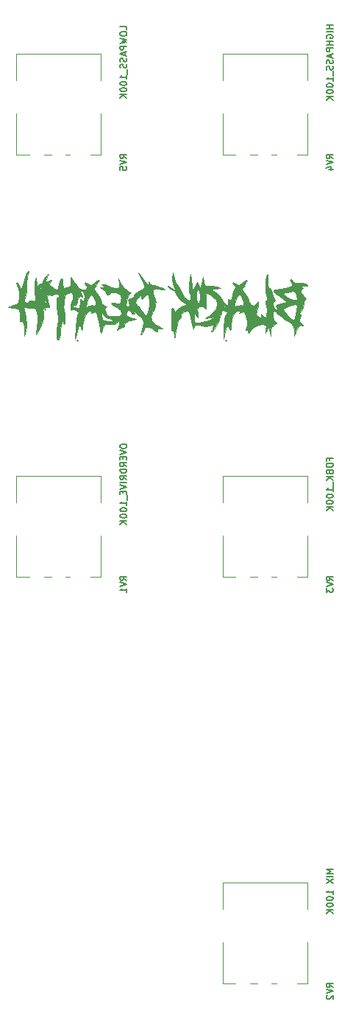
<source format=gbr>
%TF.GenerationSoftware,KiCad,Pcbnew,(5.1.12-1-10_14)*%
%TF.CreationDate,2023-08-06T16:46:36+02:00*%
%TF.ProjectId,springy_board,73707269-6e67-4795-9f62-6f6172642e6b,rev?*%
%TF.SameCoordinates,Original*%
%TF.FileFunction,Legend,Bot*%
%TF.FilePolarity,Positive*%
%FSLAX46Y46*%
G04 Gerber Fmt 4.6, Leading zero omitted, Abs format (unit mm)*
G04 Created by KiCad (PCBNEW (5.1.12-1-10_14)) date 2023-08-06 16:46:36*
%MOMM*%
%LPD*%
G01*
G04 APERTURE LIST*
%ADD10C,0.010000*%
%ADD11C,0.120000*%
%ADD12C,0.150000*%
G04 APERTURE END LIST*
D10*
%TO.C,G\u002A\u002A\u002A*%
G36*
X404856254Y21717010D02*
G01*
X404970700Y21571738D01*
X405235928Y21339883D01*
X405459216Y21271146D01*
X405526223Y21358786D01*
X405389053Y21494007D01*
X405126573Y21654300D01*
X404856644Y21784550D01*
X404856254Y21717010D01*
G37*
X404856254Y21717010D02*
X404970700Y21571738D01*
X405235928Y21339883D01*
X405459216Y21271146D01*
X405526223Y21358786D01*
X405389053Y21494007D01*
X405126573Y21654300D01*
X404856644Y21784550D01*
X404856254Y21717010D01*
G36*
X390605944Y19055944D02*
G01*
X390694755Y18967133D01*
X390783566Y19055944D01*
X390694755Y19144756D01*
X390605944Y19055944D01*
G37*
X390605944Y19055944D02*
X390694755Y18967133D01*
X390783566Y19055944D01*
X390694755Y19144756D01*
X390605944Y19055944D01*
G36*
X405364620Y22574469D02*
G01*
X405395124Y22085891D01*
X405490800Y21763003D01*
X405533449Y21715815D01*
X405645257Y21474056D01*
X405622701Y21300378D01*
X405680296Y21004443D01*
X405920618Y20598056D01*
X406252545Y20197048D01*
X406584954Y19917252D01*
X406759567Y19855245D01*
X406956820Y19787388D01*
X406894859Y19635162D01*
X406630940Y19475584D01*
X406432398Y19415156D01*
X405976159Y19186654D01*
X405791893Y18912582D01*
X405690766Y18643056D01*
X405625389Y18702881D01*
X405578966Y18878322D01*
X405453915Y19261698D01*
X405353852Y19291193D01*
X405278722Y18966661D01*
X405228467Y18287954D01*
X405215774Y17933410D01*
X405209504Y17168998D01*
X405242411Y16726881D01*
X405313200Y16620906D01*
X405336227Y16647874D01*
X405451923Y16720521D01*
X405528462Y16482915D01*
X405559568Y16203818D01*
X405595153Y15884048D01*
X405633575Y15840377D01*
X405685625Y16098556D01*
X405762094Y16684339D01*
X405762575Y16688287D01*
X405887714Y17415024D01*
X406046289Y17856703D01*
X406157528Y17969326D01*
X406322855Y18186767D01*
X406305110Y18334602D01*
X406367711Y18615298D01*
X406664100Y18814235D01*
X407025125Y18938263D01*
X407216375Y18934790D01*
X407293307Y18727671D01*
X407410391Y18268331D01*
X407543021Y17653844D01*
X407550139Y17618175D01*
X407668209Y17095308D01*
X407760747Y16818594D01*
X407810974Y16834863D01*
X407814583Y16880070D01*
X407872608Y17208287D01*
X408062904Y17330004D01*
X408465949Y17273761D01*
X408723426Y17202348D01*
X409240064Y17158742D01*
X409591767Y17225023D01*
X409986103Y17318441D01*
X410104004Y17194701D01*
X409965231Y16832769D01*
X409963453Y16829442D01*
X409852844Y16560537D01*
X409950325Y16559060D01*
X410185157Y16815498D01*
X410441180Y17240797D01*
X410641862Y17687395D01*
X410710672Y18007728D01*
X410708649Y18021222D01*
X410796296Y18297947D01*
X410850184Y18342544D01*
X411002501Y18595344D01*
X411032517Y18806243D01*
X411075975Y19044654D01*
X411272143Y19024279D01*
X411411759Y18954291D01*
X411652879Y18761482D01*
X411577703Y18619502D01*
X411459221Y18377708D01*
X411360674Y17854886D01*
X411295785Y17125199D01*
X411293659Y17084398D01*
X411222912Y15681119D01*
X411444194Y16550871D01*
X411579218Y17049555D01*
X411674188Y17246213D01*
X411770944Y17184495D01*
X411869843Y16994927D01*
X411999746Y16753269D01*
X412061551Y16777965D01*
X412084803Y17107432D01*
X412088848Y17279721D01*
X412188899Y18022179D01*
X412431069Y18590836D01*
X412778041Y18907329D01*
X412878644Y18938229D01*
X413103523Y18919283D01*
X413074775Y18788865D01*
X413044916Y18663559D01*
X413266811Y18749545D01*
X413285093Y18759265D01*
X413503075Y18831096D01*
X413655554Y18712241D01*
X413803714Y18336490D01*
X413866423Y18130170D01*
X414000922Y17566713D01*
X413990546Y17197614D01*
X413888390Y16969562D01*
X413784587Y16743231D01*
X413861362Y16738749D01*
X414021368Y16700745D01*
X414058392Y16535308D01*
X414093448Y16363434D01*
X414213197Y16489723D01*
X414305577Y16648966D01*
X414694149Y17096941D01*
X415275227Y17317411D01*
X415709218Y17356048D01*
X416046134Y17334405D01*
X416153089Y17175323D01*
X416107992Y16791259D01*
X416047485Y16422597D01*
X416072075Y16378938D01*
X416200100Y16636370D01*
X416210160Y16658042D01*
X416416128Y17102098D01*
X416674402Y16036364D01*
X416695418Y16619360D01*
X416794470Y17094314D01*
X417086542Y17344538D01*
X417116084Y17356465D01*
X417373899Y17486572D01*
X417373680Y17486947D01*
X414703380Y17486947D01*
X414678997Y17381350D01*
X414584965Y17368532D01*
X414438761Y17433521D01*
X414466550Y17486947D01*
X414677346Y17508205D01*
X414703380Y17486947D01*
X417373680Y17486947D01*
X417313927Y17589025D01*
X417233371Y17625251D01*
X417013672Y17891624D01*
X416927941Y18353531D01*
X416955042Y18817786D01*
X417087970Y18944355D01*
X417332639Y18736457D01*
X417420066Y18621402D01*
X417662577Y18389089D01*
X417814522Y18365451D01*
X417952288Y18325147D01*
X417959790Y18271688D01*
X418103033Y18077608D01*
X418455829Y17835812D01*
X418537063Y17792365D01*
X419043859Y17485762D01*
X419297180Y17162353D01*
X419382538Y16699105D01*
X419387202Y16569231D01*
X419399074Y16036364D01*
X419670902Y16691291D01*
X419910805Y17133816D01*
X420153270Y17268634D01*
X420239023Y17254063D01*
X420406544Y17226509D01*
X420294269Y17356578D01*
X420194605Y17439860D01*
X419966498Y17702600D01*
X419993313Y18011128D01*
X420057580Y18164850D01*
X420172064Y18497471D01*
X420087825Y18613288D01*
X420043045Y18617537D01*
X419979082Y18702027D01*
X420135664Y18859147D01*
X420371132Y19219725D01*
X420403290Y19404503D01*
X419702552Y19404503D01*
X419667511Y18979683D01*
X419570976Y18501616D01*
X419440121Y18100086D01*
X419302117Y17904876D01*
X419283604Y17901399D01*
X419033363Y18027366D01*
X418691985Y18340565D01*
X418597258Y18447894D01*
X418305280Y18830801D01*
X418146847Y19108450D01*
X418137412Y19151254D01*
X418288971Y19288437D01*
X418652873Y19449907D01*
X419092962Y19591070D01*
X419473079Y19667332D01*
X419648928Y19646294D01*
X419702552Y19404503D01*
X420403290Y19404503D01*
X420446503Y19652799D01*
X420504503Y20039130D01*
X420645818Y20209952D01*
X420655088Y20210490D01*
X420677400Y20271524D01*
X419733588Y20271524D01*
X419599674Y20149859D01*
X419255609Y20191786D01*
X418795352Y20377279D01*
X418537063Y20526546D01*
X418203422Y20810467D01*
X418183240Y21005425D01*
X418476519Y21074688D01*
X418537063Y21072577D01*
X418993586Y21108292D01*
X419224209Y21173424D01*
X419478338Y21126379D01*
X419661557Y20796487D01*
X419733588Y20271524D01*
X420677400Y20271524D01*
X420694376Y20317957D01*
X420514780Y20580775D01*
X420477465Y20621588D01*
X420172235Y21033363D01*
X420107324Y21331466D01*
X420294521Y21455937D01*
X420313286Y21456566D01*
X420405751Y21517973D01*
X420268881Y21631469D01*
X420156649Y21752614D01*
X420348570Y21804747D01*
X420535314Y21811773D01*
X420876731Y21832803D01*
X420900950Y21904780D01*
X420739733Y22010796D01*
X420323887Y22119958D01*
X419912093Y22101860D01*
X419481989Y22097202D01*
X419313599Y22260801D01*
X419112494Y22491604D01*
X419009350Y22519581D01*
X418900287Y22448758D01*
X419019067Y22260928D01*
X419152489Y21968834D01*
X419131801Y21837351D01*
X418880364Y21682458D01*
X418393323Y21540950D01*
X417789971Y21441926D01*
X417397402Y21414272D01*
X417074623Y21373684D01*
X417044348Y21226242D01*
X417129290Y21072356D01*
X417344259Y20809089D01*
X417460498Y20743357D01*
X417663035Y20633688D01*
X417993635Y20365130D01*
X418043281Y20319788D01*
X418500320Y19896218D01*
X417874810Y19778872D01*
X417409333Y19651716D01*
X417268632Y19478406D01*
X417422239Y19212100D01*
X417471328Y19158538D01*
X417582742Y19013887D01*
X417438394Y19057009D01*
X417293706Y19129263D01*
X417030344Y19372394D01*
X416899524Y19687744D01*
X416929338Y19948573D01*
X417093427Y20032867D01*
X417197419Y20117191D01*
X417113937Y20254895D01*
X416952773Y20577731D01*
X416813198Y21046948D01*
X416811301Y21055746D01*
X416686722Y21416242D01*
X416543546Y21541413D01*
X416524357Y21533725D01*
X416397853Y21554545D01*
X416333563Y21839455D01*
X416325329Y22426097D01*
X416334056Y22697203D01*
X416342386Y23090373D01*
X416304520Y23158308D01*
X416193076Y22930519D01*
X416169240Y22874825D01*
X416071584Y22399893D01*
X416054096Y21733250D01*
X416110281Y21027699D01*
X416233642Y20436039D01*
X416278076Y20314569D01*
X416340103Y20081046D01*
X416197634Y20112991D01*
X416194722Y20114784D01*
X416049762Y20142857D01*
X416080049Y19904101D01*
X416100910Y19835851D01*
X416221594Y19074176D01*
X416202743Y18273520D01*
X416130021Y18144113D01*
X415910133Y18274011D01*
X415820677Y18352372D01*
X415575709Y18552347D01*
X415531132Y18504422D01*
X415568274Y18392862D01*
X415583503Y18189610D01*
X415345168Y18192589D01*
X415304504Y18202811D01*
X415022862Y18392237D01*
X415010779Y18589502D01*
X415098783Y18958232D01*
X415137487Y19144756D01*
X414762587Y19144756D01*
X414697598Y18998552D01*
X414644172Y19026341D01*
X414622914Y19237137D01*
X414644172Y19263170D01*
X414749768Y19238788D01*
X414762587Y19144756D01*
X415137487Y19144756D01*
X415203429Y19462538D01*
X415210666Y19500000D01*
X415275558Y19890133D01*
X415242291Y19977136D01*
X415089350Y19804757D01*
X415071990Y19781979D01*
X414741694Y19545410D01*
X414416368Y19628566D01*
X414238393Y19897590D01*
X413580920Y19897590D01*
X413551325Y19598646D01*
X413326747Y19539963D01*
X413263128Y19560269D01*
X412931940Y19549439D01*
X412792633Y19486287D01*
X412554628Y19347086D01*
X412502342Y19325098D01*
X412503078Y19411189D01*
X411387762Y19411189D01*
X411298951Y19322378D01*
X411210139Y19411189D01*
X411298951Y19500000D01*
X411387762Y19411189D01*
X412503078Y19411189D01*
X412503632Y19475923D01*
X412559916Y19847796D01*
X412569368Y19899651D01*
X412710096Y20377025D01*
X412898448Y20715261D01*
X412898825Y20715666D01*
X413075046Y20821222D01*
X413246593Y20672181D01*
X413406221Y20383252D01*
X413580920Y19897590D01*
X414238393Y19897590D01*
X414168991Y20002496D01*
X414122891Y20158478D01*
X413911009Y20664947D01*
X413633791Y21063551D01*
X413398085Y21367001D01*
X413408387Y21545495D01*
X413523885Y21638104D01*
X413669697Y21776028D01*
X413624918Y21806371D01*
X413609834Y21919517D01*
X413797008Y22188536D01*
X413802540Y22194868D01*
X413956719Y22415896D01*
X413876365Y22435417D01*
X413607853Y22269388D01*
X413297202Y22020978D01*
X413035803Y21854405D01*
X412800098Y21933210D01*
X412631118Y22075525D01*
X412357759Y22246082D01*
X412275466Y22165872D01*
X412429184Y21907930D01*
X412489021Y21844616D01*
X412610710Y21602909D01*
X412489021Y21418322D01*
X412328295Y21089635D01*
X412275874Y20718315D01*
X412215314Y20321277D01*
X412074303Y20111321D01*
X411913839Y20156751D01*
X411861011Y20253789D01*
X411795093Y20266111D01*
X411757841Y19991897D01*
X411757029Y19966713D01*
X411720303Y19628595D01*
X411601483Y19588740D01*
X411475358Y19678631D01*
X411412618Y19752348D01*
X410455270Y19752348D01*
X410453869Y19712076D01*
X410370135Y19205771D01*
X410109574Y18810932D01*
X409797196Y18534328D01*
X409167482Y18032615D01*
X409700349Y18157199D01*
X410042106Y18215984D01*
X410090958Y18148829D01*
X410020220Y18065097D01*
X409713353Y17890479D01*
X409230932Y17738647D01*
X409132108Y17717710D01*
X408470890Y17600126D01*
X408083689Y17580713D01*
X407897485Y17681726D01*
X407839258Y17925423D01*
X407835314Y18112970D01*
X407848347Y18482787D01*
X407920244Y18539776D01*
X408093636Y18334998D01*
X408257111Y18141614D01*
X408305426Y18202752D01*
X408262622Y18563116D01*
X408252283Y18630009D01*
X408222596Y19091073D01*
X408343325Y19325496D01*
X408460531Y19387969D01*
X408843791Y19383969D01*
X409039201Y19281428D01*
X409191882Y19191654D01*
X409256617Y19298241D01*
X409249086Y19662415D01*
X409220384Y19988853D01*
X409208718Y20611167D01*
X409255257Y20737785D01*
X408549885Y20737785D01*
X408540908Y20288712D01*
X408477929Y19909643D01*
X408365707Y19723684D01*
X408323776Y19723739D01*
X408172350Y19934775D01*
X408097634Y20349483D01*
X408096223Y20404625D01*
X408127732Y21049439D01*
X408238350Y21353257D01*
X408386794Y21353532D01*
X408500100Y21133760D01*
X408549885Y20737785D01*
X409255257Y20737785D01*
X409319771Y20913306D01*
X409547736Y20888476D01*
X409789160Y20654546D01*
X410086582Y20429082D01*
X410245554Y20388112D01*
X410412930Y20231085D01*
X410455270Y19752348D01*
X411412618Y19752348D01*
X411197949Y20004574D01*
X410985278Y20364846D01*
X410664720Y20777129D01*
X410231598Y21092422D01*
X409700349Y21355911D01*
X410322028Y21462480D01*
X410943706Y21569048D01*
X410451963Y21709149D01*
X409925930Y21787235D01*
X409536085Y21768172D01*
X409222562Y21770000D01*
X409049781Y21993145D01*
X408978608Y22236554D01*
X408845264Y22786014D01*
X408727403Y22075525D01*
X408646790Y21640586D01*
X408578147Y21519919D01*
X408480472Y21676521D01*
X408426129Y21803631D01*
X408242716Y22242226D01*
X407971607Y21724797D01*
X407700498Y21207367D01*
X407404714Y23141259D01*
X407299915Y22075525D01*
X407266198Y21503309D01*
X407284510Y21093650D01*
X407337593Y20950583D01*
X407447650Y20748821D01*
X407480070Y20465930D01*
X407447313Y20176063D01*
X407279380Y20144124D01*
X407031755Y20244749D01*
X406654511Y20559314D01*
X406475577Y20907025D01*
X406266900Y21407062D01*
X406050255Y21720280D01*
X405780882Y22140882D01*
X405564017Y22672044D01*
X405556719Y22697203D01*
X405380640Y23318881D01*
X405364620Y22574469D01*
G37*
X405364620Y22574469D02*
X405395124Y22085891D01*
X405490800Y21763003D01*
X405533449Y21715815D01*
X405645257Y21474056D01*
X405622701Y21300378D01*
X405680296Y21004443D01*
X405920618Y20598056D01*
X406252545Y20197048D01*
X406584954Y19917252D01*
X406759567Y19855245D01*
X406956820Y19787388D01*
X406894859Y19635162D01*
X406630940Y19475584D01*
X406432398Y19415156D01*
X405976159Y19186654D01*
X405791893Y18912582D01*
X405690766Y18643056D01*
X405625389Y18702881D01*
X405578966Y18878322D01*
X405453915Y19261698D01*
X405353852Y19291193D01*
X405278722Y18966661D01*
X405228467Y18287954D01*
X405215774Y17933410D01*
X405209504Y17168998D01*
X405242411Y16726881D01*
X405313200Y16620906D01*
X405336227Y16647874D01*
X405451923Y16720521D01*
X405528462Y16482915D01*
X405559568Y16203818D01*
X405595153Y15884048D01*
X405633575Y15840377D01*
X405685625Y16098556D01*
X405762094Y16684339D01*
X405762575Y16688287D01*
X405887714Y17415024D01*
X406046289Y17856703D01*
X406157528Y17969326D01*
X406322855Y18186767D01*
X406305110Y18334602D01*
X406367711Y18615298D01*
X406664100Y18814235D01*
X407025125Y18938263D01*
X407216375Y18934790D01*
X407293307Y18727671D01*
X407410391Y18268331D01*
X407543021Y17653844D01*
X407550139Y17618175D01*
X407668209Y17095308D01*
X407760747Y16818594D01*
X407810974Y16834863D01*
X407814583Y16880070D01*
X407872608Y17208287D01*
X408062904Y17330004D01*
X408465949Y17273761D01*
X408723426Y17202348D01*
X409240064Y17158742D01*
X409591767Y17225023D01*
X409986103Y17318441D01*
X410104004Y17194701D01*
X409965231Y16832769D01*
X409963453Y16829442D01*
X409852844Y16560537D01*
X409950325Y16559060D01*
X410185157Y16815498D01*
X410441180Y17240797D01*
X410641862Y17687395D01*
X410710672Y18007728D01*
X410708649Y18021222D01*
X410796296Y18297947D01*
X410850184Y18342544D01*
X411002501Y18595344D01*
X411032517Y18806243D01*
X411075975Y19044654D01*
X411272143Y19024279D01*
X411411759Y18954291D01*
X411652879Y18761482D01*
X411577703Y18619502D01*
X411459221Y18377708D01*
X411360674Y17854886D01*
X411295785Y17125199D01*
X411293659Y17084398D01*
X411222912Y15681119D01*
X411444194Y16550871D01*
X411579218Y17049555D01*
X411674188Y17246213D01*
X411770944Y17184495D01*
X411869843Y16994927D01*
X411999746Y16753269D01*
X412061551Y16777965D01*
X412084803Y17107432D01*
X412088848Y17279721D01*
X412188899Y18022179D01*
X412431069Y18590836D01*
X412778041Y18907329D01*
X412878644Y18938229D01*
X413103523Y18919283D01*
X413074775Y18788865D01*
X413044916Y18663559D01*
X413266811Y18749545D01*
X413285093Y18759265D01*
X413503075Y18831096D01*
X413655554Y18712241D01*
X413803714Y18336490D01*
X413866423Y18130170D01*
X414000922Y17566713D01*
X413990546Y17197614D01*
X413888390Y16969562D01*
X413784587Y16743231D01*
X413861362Y16738749D01*
X414021368Y16700745D01*
X414058392Y16535308D01*
X414093448Y16363434D01*
X414213197Y16489723D01*
X414305577Y16648966D01*
X414694149Y17096941D01*
X415275227Y17317411D01*
X415709218Y17356048D01*
X416046134Y17334405D01*
X416153089Y17175323D01*
X416107992Y16791259D01*
X416047485Y16422597D01*
X416072075Y16378938D01*
X416200100Y16636370D01*
X416210160Y16658042D01*
X416416128Y17102098D01*
X416674402Y16036364D01*
X416695418Y16619360D01*
X416794470Y17094314D01*
X417086542Y17344538D01*
X417116084Y17356465D01*
X417373899Y17486572D01*
X417373680Y17486947D01*
X414703380Y17486947D01*
X414678997Y17381350D01*
X414584965Y17368532D01*
X414438761Y17433521D01*
X414466550Y17486947D01*
X414677346Y17508205D01*
X414703380Y17486947D01*
X417373680Y17486947D01*
X417313927Y17589025D01*
X417233371Y17625251D01*
X417013672Y17891624D01*
X416927941Y18353531D01*
X416955042Y18817786D01*
X417087970Y18944355D01*
X417332639Y18736457D01*
X417420066Y18621402D01*
X417662577Y18389089D01*
X417814522Y18365451D01*
X417952288Y18325147D01*
X417959790Y18271688D01*
X418103033Y18077608D01*
X418455829Y17835812D01*
X418537063Y17792365D01*
X419043859Y17485762D01*
X419297180Y17162353D01*
X419382538Y16699105D01*
X419387202Y16569231D01*
X419399074Y16036364D01*
X419670902Y16691291D01*
X419910805Y17133816D01*
X420153270Y17268634D01*
X420239023Y17254063D01*
X420406544Y17226509D01*
X420294269Y17356578D01*
X420194605Y17439860D01*
X419966498Y17702600D01*
X419993313Y18011128D01*
X420057580Y18164850D01*
X420172064Y18497471D01*
X420087825Y18613288D01*
X420043045Y18617537D01*
X419979082Y18702027D01*
X420135664Y18859147D01*
X420371132Y19219725D01*
X420403290Y19404503D01*
X419702552Y19404503D01*
X419667511Y18979683D01*
X419570976Y18501616D01*
X419440121Y18100086D01*
X419302117Y17904876D01*
X419283604Y17901399D01*
X419033363Y18027366D01*
X418691985Y18340565D01*
X418597258Y18447894D01*
X418305280Y18830801D01*
X418146847Y19108450D01*
X418137412Y19151254D01*
X418288971Y19288437D01*
X418652873Y19449907D01*
X419092962Y19591070D01*
X419473079Y19667332D01*
X419648928Y19646294D01*
X419702552Y19404503D01*
X420403290Y19404503D01*
X420446503Y19652799D01*
X420504503Y20039130D01*
X420645818Y20209952D01*
X420655088Y20210490D01*
X420677400Y20271524D01*
X419733588Y20271524D01*
X419599674Y20149859D01*
X419255609Y20191786D01*
X418795352Y20377279D01*
X418537063Y20526546D01*
X418203422Y20810467D01*
X418183240Y21005425D01*
X418476519Y21074688D01*
X418537063Y21072577D01*
X418993586Y21108292D01*
X419224209Y21173424D01*
X419478338Y21126379D01*
X419661557Y20796487D01*
X419733588Y20271524D01*
X420677400Y20271524D01*
X420694376Y20317957D01*
X420514780Y20580775D01*
X420477465Y20621588D01*
X420172235Y21033363D01*
X420107324Y21331466D01*
X420294521Y21455937D01*
X420313286Y21456566D01*
X420405751Y21517973D01*
X420268881Y21631469D01*
X420156649Y21752614D01*
X420348570Y21804747D01*
X420535314Y21811773D01*
X420876731Y21832803D01*
X420900950Y21904780D01*
X420739733Y22010796D01*
X420323887Y22119958D01*
X419912093Y22101860D01*
X419481989Y22097202D01*
X419313599Y22260801D01*
X419112494Y22491604D01*
X419009350Y22519581D01*
X418900287Y22448758D01*
X419019067Y22260928D01*
X419152489Y21968834D01*
X419131801Y21837351D01*
X418880364Y21682458D01*
X418393323Y21540950D01*
X417789971Y21441926D01*
X417397402Y21414272D01*
X417074623Y21373684D01*
X417044348Y21226242D01*
X417129290Y21072356D01*
X417344259Y20809089D01*
X417460498Y20743357D01*
X417663035Y20633688D01*
X417993635Y20365130D01*
X418043281Y20319788D01*
X418500320Y19896218D01*
X417874810Y19778872D01*
X417409333Y19651716D01*
X417268632Y19478406D01*
X417422239Y19212100D01*
X417471328Y19158538D01*
X417582742Y19013887D01*
X417438394Y19057009D01*
X417293706Y19129263D01*
X417030344Y19372394D01*
X416899524Y19687744D01*
X416929338Y19948573D01*
X417093427Y20032867D01*
X417197419Y20117191D01*
X417113937Y20254895D01*
X416952773Y20577731D01*
X416813198Y21046948D01*
X416811301Y21055746D01*
X416686722Y21416242D01*
X416543546Y21541413D01*
X416524357Y21533725D01*
X416397853Y21554545D01*
X416333563Y21839455D01*
X416325329Y22426097D01*
X416334056Y22697203D01*
X416342386Y23090373D01*
X416304520Y23158308D01*
X416193076Y22930519D01*
X416169240Y22874825D01*
X416071584Y22399893D01*
X416054096Y21733250D01*
X416110281Y21027699D01*
X416233642Y20436039D01*
X416278076Y20314569D01*
X416340103Y20081046D01*
X416197634Y20112991D01*
X416194722Y20114784D01*
X416049762Y20142857D01*
X416080049Y19904101D01*
X416100910Y19835851D01*
X416221594Y19074176D01*
X416202743Y18273520D01*
X416130021Y18144113D01*
X415910133Y18274011D01*
X415820677Y18352372D01*
X415575709Y18552347D01*
X415531132Y18504422D01*
X415568274Y18392862D01*
X415583503Y18189610D01*
X415345168Y18192589D01*
X415304504Y18202811D01*
X415022862Y18392237D01*
X415010779Y18589502D01*
X415098783Y18958232D01*
X415137487Y19144756D01*
X414762587Y19144756D01*
X414697598Y18998552D01*
X414644172Y19026341D01*
X414622914Y19237137D01*
X414644172Y19263170D01*
X414749768Y19238788D01*
X414762587Y19144756D01*
X415137487Y19144756D01*
X415203429Y19462538D01*
X415210666Y19500000D01*
X415275558Y19890133D01*
X415242291Y19977136D01*
X415089350Y19804757D01*
X415071990Y19781979D01*
X414741694Y19545410D01*
X414416368Y19628566D01*
X414238393Y19897590D01*
X413580920Y19897590D01*
X413551325Y19598646D01*
X413326747Y19539963D01*
X413263128Y19560269D01*
X412931940Y19549439D01*
X412792633Y19486287D01*
X412554628Y19347086D01*
X412502342Y19325098D01*
X412503078Y19411189D01*
X411387762Y19411189D01*
X411298951Y19322378D01*
X411210139Y19411189D01*
X411298951Y19500000D01*
X411387762Y19411189D01*
X412503078Y19411189D01*
X412503632Y19475923D01*
X412559916Y19847796D01*
X412569368Y19899651D01*
X412710096Y20377025D01*
X412898448Y20715261D01*
X412898825Y20715666D01*
X413075046Y20821222D01*
X413246593Y20672181D01*
X413406221Y20383252D01*
X413580920Y19897590D01*
X414238393Y19897590D01*
X414168991Y20002496D01*
X414122891Y20158478D01*
X413911009Y20664947D01*
X413633791Y21063551D01*
X413398085Y21367001D01*
X413408387Y21545495D01*
X413523885Y21638104D01*
X413669697Y21776028D01*
X413624918Y21806371D01*
X413609834Y21919517D01*
X413797008Y22188536D01*
X413802540Y22194868D01*
X413956719Y22415896D01*
X413876365Y22435417D01*
X413607853Y22269388D01*
X413297202Y22020978D01*
X413035803Y21854405D01*
X412800098Y21933210D01*
X412631118Y22075525D01*
X412357759Y22246082D01*
X412275466Y22165872D01*
X412429184Y21907930D01*
X412489021Y21844616D01*
X412610710Y21602909D01*
X412489021Y21418322D01*
X412328295Y21089635D01*
X412275874Y20718315D01*
X412215314Y20321277D01*
X412074303Y20111321D01*
X411913839Y20156751D01*
X411861011Y20253789D01*
X411795093Y20266111D01*
X411757841Y19991897D01*
X411757029Y19966713D01*
X411720303Y19628595D01*
X411601483Y19588740D01*
X411475358Y19678631D01*
X411412618Y19752348D01*
X410455270Y19752348D01*
X410453869Y19712076D01*
X410370135Y19205771D01*
X410109574Y18810932D01*
X409797196Y18534328D01*
X409167482Y18032615D01*
X409700349Y18157199D01*
X410042106Y18215984D01*
X410090958Y18148829D01*
X410020220Y18065097D01*
X409713353Y17890479D01*
X409230932Y17738647D01*
X409132108Y17717710D01*
X408470890Y17600126D01*
X408083689Y17580713D01*
X407897485Y17681726D01*
X407839258Y17925423D01*
X407835314Y18112970D01*
X407848347Y18482787D01*
X407920244Y18539776D01*
X408093636Y18334998D01*
X408257111Y18141614D01*
X408305426Y18202752D01*
X408262622Y18563116D01*
X408252283Y18630009D01*
X408222596Y19091073D01*
X408343325Y19325496D01*
X408460531Y19387969D01*
X408843791Y19383969D01*
X409039201Y19281428D01*
X409191882Y19191654D01*
X409256617Y19298241D01*
X409249086Y19662415D01*
X409220384Y19988853D01*
X409208718Y20611167D01*
X409255257Y20737785D01*
X408549885Y20737785D01*
X408540908Y20288712D01*
X408477929Y19909643D01*
X408365707Y19723684D01*
X408323776Y19723739D01*
X408172350Y19934775D01*
X408097634Y20349483D01*
X408096223Y20404625D01*
X408127732Y21049439D01*
X408238350Y21353257D01*
X408386794Y21353532D01*
X408500100Y21133760D01*
X408549885Y20737785D01*
X409255257Y20737785D01*
X409319771Y20913306D01*
X409547736Y20888476D01*
X409789160Y20654546D01*
X410086582Y20429082D01*
X410245554Y20388112D01*
X410412930Y20231085D01*
X410455270Y19752348D01*
X411412618Y19752348D01*
X411197949Y20004574D01*
X410985278Y20364846D01*
X410664720Y20777129D01*
X410231598Y21092422D01*
X409700349Y21355911D01*
X410322028Y21462480D01*
X410943706Y21569048D01*
X410451963Y21709149D01*
X409925930Y21787235D01*
X409536085Y21768172D01*
X409222562Y21770000D01*
X409049781Y21993145D01*
X408978608Y22236554D01*
X408845264Y22786014D01*
X408727403Y22075525D01*
X408646790Y21640586D01*
X408578147Y21519919D01*
X408480472Y21676521D01*
X408426129Y21803631D01*
X408242716Y22242226D01*
X407971607Y21724797D01*
X407700498Y21207367D01*
X407404714Y23141259D01*
X407299915Y22075525D01*
X407266198Y21503309D01*
X407284510Y21093650D01*
X407337593Y20950583D01*
X407447650Y20748821D01*
X407480070Y20465930D01*
X407447313Y20176063D01*
X407279380Y20144124D01*
X407031755Y20244749D01*
X406654511Y20559314D01*
X406475577Y20907025D01*
X406266900Y21407062D01*
X406050255Y21720280D01*
X405780882Y22140882D01*
X405564017Y22672044D01*
X405556719Y22697203D01*
X405380640Y23318881D01*
X405364620Y22574469D01*
G36*
X388664038Y23380361D02*
G01*
X388513879Y23046911D01*
X388333387Y22511532D01*
X388227295Y22137005D01*
X388082189Y21607813D01*
X387985574Y21381844D01*
X387899869Y21417660D01*
X387793466Y21658620D01*
X387597300Y22043049D01*
X387426011Y22242474D01*
X387371397Y22173704D01*
X387452129Y21866608D01*
X387513547Y21709396D01*
X387682969Y21093483D01*
X387732434Y20462935D01*
X387729261Y20415053D01*
X387643702Y19957478D01*
X387413303Y19709138D01*
X387067212Y19569931D01*
X386459250Y19373428D01*
X387111618Y19251043D01*
X387506694Y19157939D01*
X387698129Y19001849D01*
X387760299Y18674001D01*
X387766706Y18293001D01*
X387793878Y17814098D01*
X387866852Y17649052D01*
X387919685Y17694386D01*
X388060979Y17750611D01*
X388187229Y17506533D01*
X388279255Y17017070D01*
X388312609Y16569231D01*
X388333216Y16036364D01*
X388468927Y16607299D01*
X388549050Y17057538D01*
X388554895Y17518976D01*
X388481283Y18115863D01*
X388383274Y18662120D01*
X388255131Y19334029D01*
X388982014Y19283798D01*
X389431294Y19233875D01*
X389661082Y19098168D01*
X389773415Y18774819D01*
X389828289Y18439026D01*
X389859988Y17753986D01*
X389787601Y17062535D01*
X389757186Y16930796D01*
X389635515Y16395091D01*
X389636791Y16184102D01*
X389752935Y16303308D01*
X389975874Y16758194D01*
X389984019Y16776834D01*
X390215373Y17291273D01*
X390415548Y17709829D01*
X390449791Y17776239D01*
X390534428Y18164610D01*
X390510034Y18674197D01*
X390503902Y18708757D01*
X390450150Y19118614D01*
X390541292Y19288198D01*
X390837970Y19322345D01*
X390858859Y19322378D01*
X391181510Y19356466D01*
X391217457Y19511615D01*
X391145060Y19665946D01*
X391134207Y19699798D01*
X390915036Y19699798D01*
X390784919Y19784929D01*
X390761525Y19807879D01*
X390621224Y20040763D01*
X390640248Y20126379D01*
X390772376Y20073075D01*
X390860957Y19907311D01*
X390915036Y19699798D01*
X391134207Y19699798D01*
X391001749Y20112915D01*
X390961188Y20486995D01*
X390995705Y20804969D01*
X391126403Y20820951D01*
X391196324Y20769332D01*
X391473555Y20670160D01*
X391628440Y20771168D01*
X391885939Y20878402D01*
X392163906Y20833038D01*
X392316602Y20680536D01*
X392292341Y20564092D01*
X392098736Y20448094D01*
X392045195Y20465630D01*
X391998293Y20351257D01*
X392007831Y19970783D01*
X392066494Y19447199D01*
X392159344Y18761963D01*
X392201662Y18273651D01*
X392193280Y17833599D01*
X392134030Y17293146D01*
X392063480Y16784537D01*
X391998779Y16102228D01*
X392045171Y15705482D01*
X392126843Y15583088D01*
X392248907Y15584784D01*
X392346577Y15846289D01*
X392431979Y16407880D01*
X392462798Y16698783D01*
X392534238Y17345471D01*
X392599395Y17684864D01*
X392675762Y17764116D01*
X392780829Y17630379D01*
X392797229Y17600331D01*
X392920021Y17409404D01*
X392979485Y17466940D01*
X392994618Y17817102D01*
X392992438Y18054169D01*
X392964494Y18588477D01*
X392907770Y18974404D01*
X392875663Y19064761D01*
X392831830Y19330440D01*
X392841394Y19807660D01*
X392864456Y20062354D01*
X392962525Y20606500D01*
X393129232Y20889792D01*
X393333017Y20988852D01*
X393755366Y20997169D01*
X393938526Y20749138D01*
X393874296Y20258305D01*
X393838787Y20153357D01*
X393676725Y19598254D01*
X393633890Y19200896D01*
X393712775Y19031012D01*
X393799476Y19053676D01*
X394074333Y19061554D01*
X394356339Y18956255D01*
X394599955Y18762295D01*
X394525955Y18619502D01*
X394407473Y18377708D01*
X394308926Y17854886D01*
X394244037Y17125199D01*
X394241911Y17084398D01*
X394171164Y15681119D01*
X394392446Y16550871D01*
X394527470Y17049555D01*
X394622440Y17246213D01*
X394719196Y17184495D01*
X394818094Y16994927D01*
X394947997Y16753269D01*
X395009803Y16777965D01*
X395033054Y17107432D01*
X395037100Y17279721D01*
X395137150Y18022179D01*
X395379320Y18590836D01*
X395726293Y18907329D01*
X395826895Y18938229D01*
X396051775Y18919283D01*
X396023027Y18788865D01*
X395992737Y18664060D01*
X396212237Y18748129D01*
X396241955Y18763873D01*
X396451808Y18839878D01*
X396590237Y18742700D01*
X396707345Y18405635D01*
X396795680Y18026699D01*
X396924735Y17404971D01*
X397025073Y16859004D01*
X397055507Y16658042D01*
X397101685Y16402961D01*
X397163808Y16438175D01*
X397276243Y16789596D01*
X397288998Y16834099D01*
X397433358Y17236316D01*
X397639567Y17397393D01*
X398040274Y17404294D01*
X398145597Y17395675D01*
X398685105Y17415150D01*
X398968760Y17569720D01*
X399140377Y17741252D01*
X399225882Y17636545D01*
X399200872Y17329203D01*
X399127533Y17090828D01*
X399009837Y16754218D01*
X399052772Y16705762D01*
X399270194Y16888959D01*
X399560869Y17075339D01*
X399723505Y17072882D01*
X399816031Y17121488D01*
X399842307Y17330879D01*
X399925770Y17605541D01*
X400233639Y17771034D01*
X400322299Y17791710D01*
X398564111Y17791710D01*
X398307946Y17733412D01*
X397996276Y17723777D01*
X397493703Y17808873D01*
X397285786Y18004737D01*
X397194046Y18364155D01*
X397189935Y18650037D01*
X397269243Y18744554D01*
X397311188Y18715501D01*
X397441997Y18425825D01*
X397444405Y18386350D01*
X397597660Y18214025D01*
X397971647Y18054527D01*
X398021678Y18040828D01*
X398468881Y17896581D01*
X398564111Y17791710D01*
X400322299Y17791710D01*
X400508391Y17835107D01*
X401174475Y17962536D01*
X400597202Y18114668D01*
X400156358Y18314180D01*
X400019930Y18616967D01*
X400132192Y18902267D01*
X400286363Y18967133D01*
X400522883Y18881317D01*
X400552797Y18808514D01*
X400693749Y18613075D01*
X400810185Y18551127D01*
X400987853Y18555855D01*
X400957544Y18754151D01*
X400966768Y18873689D01*
X401183617Y18708620D01*
X401280821Y18611888D01*
X401743208Y18121098D01*
X401988434Y17772363D01*
X402052651Y17458677D01*
X401972013Y17073036D01*
X401887484Y16816309D01*
X401740847Y16365766D01*
X401716679Y16204996D01*
X401814884Y16290337D01*
X401886525Y16381152D01*
X402091190Y16693322D01*
X402151398Y16850610D01*
X402286273Y17050587D01*
X402604026Y17084228D01*
X402974345Y16952863D01*
X403122976Y16840686D01*
X403488678Y16545419D01*
X403668575Y16509989D01*
X403641583Y16733894D01*
X403656278Y16911139D01*
X403943112Y16909364D01*
X403957997Y16906506D01*
X404232052Y16858744D01*
X404190764Y16901701D01*
X403932552Y17017156D01*
X403362933Y17374850D01*
X402993198Y17824324D01*
X402863496Y18288686D01*
X403013976Y18691043D01*
X403042610Y18721562D01*
X403261791Y19090638D01*
X403404734Y19593889D01*
X403432573Y20058375D01*
X403412157Y20132479D01*
X402685150Y20132479D01*
X402669214Y19580754D01*
X402599492Y19040017D01*
X402485203Y18621326D01*
X402335563Y18435740D01*
X402320399Y18434266D01*
X402135563Y18566517D01*
X401854627Y18895590D01*
X401770259Y19011539D01*
X401478762Y19394237D01*
X401259310Y19626171D01*
X401225297Y19648019D01*
X401088023Y19858536D01*
X401199906Y20194355D01*
X401440909Y20476923D01*
X401698147Y20691227D01*
X401786508Y20659322D01*
X401796153Y20464931D01*
X401818942Y20259279D01*
X401928879Y20330396D01*
X402074740Y20529184D01*
X402330114Y20786558D01*
X402518796Y20824657D01*
X402638084Y20584133D01*
X402685150Y20132479D01*
X403412157Y20132479D01*
X403383273Y20237315D01*
X403240808Y20607776D01*
X403146218Y20995120D01*
X403110828Y21309825D01*
X403219136Y21437698D01*
X403559636Y21440521D01*
X403758526Y21422591D01*
X404199470Y21390975D01*
X404443400Y21393757D01*
X404460489Y21402363D01*
X404312446Y21510075D01*
X403960781Y21662651D01*
X403544193Y21810003D01*
X403201381Y21902041D01*
X403074206Y21902995D01*
X402910179Y21949934D01*
X402733062Y22122691D01*
X402582078Y22278042D01*
X402592765Y22208742D01*
X402591205Y22011973D01*
X402517126Y21986714D01*
X402330988Y22084821D01*
X402322633Y22119930D01*
X402213361Y22329308D01*
X401949996Y22683153D01*
X401864754Y22786014D01*
X401413263Y23318881D01*
X401782331Y22571062D01*
X402002137Y22094646D01*
X402134236Y21748435D01*
X402151398Y21666515D01*
X402009532Y21490740D01*
X401656363Y21246484D01*
X401529720Y21174991D01*
X401134451Y20914974D01*
X400920507Y20682470D01*
X400908042Y20634870D01*
X400759210Y20431372D01*
X400539508Y20333171D01*
X400284420Y20205082D01*
X400322525Y19956888D01*
X400358632Y19886154D01*
X400451148Y19586506D01*
X400283110Y19434519D01*
X400092725Y19424315D01*
X400027688Y19625669D01*
X400079296Y20091867D01*
X400130944Y20365909D01*
X400300894Y20789120D01*
X400530594Y20935469D01*
X400581780Y21002443D01*
X400352496Y21151198D01*
X400242319Y21202264D01*
X399703320Y21595317D01*
X399400900Y22031481D01*
X399136392Y22608392D01*
X399227276Y22075525D01*
X399257298Y21703122D01*
X399112411Y21564732D01*
X398825339Y21548952D01*
X398299277Y21633795D01*
X397944544Y21770980D01*
X397597359Y21924563D01*
X397323557Y21986996D01*
X397210436Y21952630D01*
X397345293Y21815816D01*
X397355594Y21809091D01*
X397506941Y21673720D01*
X397333957Y21626247D01*
X397266783Y21622930D01*
X397037157Y21599396D01*
X397122208Y21527317D01*
X397311188Y21448311D01*
X397620301Y21223923D01*
X397710839Y21015514D01*
X397812752Y20774337D01*
X398007759Y20789174D01*
X398100826Y20936395D01*
X398316810Y21046635D01*
X398813224Y21007839D01*
X398824480Y21005745D01*
X399255018Y20896964D01*
X399429613Y20718181D01*
X399445173Y20358224D01*
X399441020Y20298464D01*
X399386199Y19910245D01*
X399224379Y19774729D01*
X398840047Y19805291D01*
X398793363Y19812779D01*
X398394965Y19831054D01*
X398305066Y19728824D01*
X398512558Y19540669D01*
X398950384Y19323957D01*
X399373309Y19041052D01*
X399487063Y18701677D01*
X399444885Y18453354D01*
X399256293Y18331924D01*
X398828192Y18289322D01*
X398681061Y18285519D01*
X398160278Y18303286D01*
X397869453Y18418791D01*
X397686183Y18684595D01*
X397669831Y18719768D01*
X397554263Y19085479D01*
X397655366Y19285963D01*
X397691547Y19310455D01*
X397782977Y19442904D01*
X397556320Y19545424D01*
X397234677Y19791051D01*
X397186613Y19897590D01*
X396529171Y19897590D01*
X396499577Y19598646D01*
X396274998Y19539963D01*
X396211380Y19560269D01*
X395880192Y19549439D01*
X395740885Y19486287D01*
X395502880Y19347086D01*
X395450594Y19325098D01*
X395451884Y19475923D01*
X395508168Y19847796D01*
X395517620Y19899651D01*
X395658348Y20377025D01*
X395750257Y20542073D01*
X395217059Y20542073D01*
X395131925Y20206481D01*
X395061674Y20131055D01*
X394863117Y20168402D01*
X394809263Y20253789D01*
X394750650Y20244229D01*
X394711471Y19952956D01*
X394705281Y19791836D01*
X394667598Y19350440D01*
X394555619Y19192460D01*
X394410297Y19214563D01*
X394064970Y19310623D01*
X393955759Y19322378D01*
X393864048Y19432437D01*
X393893748Y19502898D01*
X394100984Y19608957D01*
X394161690Y19586773D01*
X394292064Y19673882D01*
X394414001Y20012296D01*
X394433315Y20104466D01*
X394552206Y20515059D01*
X394726876Y20634652D01*
X394841940Y20609013D01*
X395035368Y20561075D01*
X394970455Y20699168D01*
X394887975Y20803204D01*
X394737617Y21099253D01*
X394807650Y21255134D01*
X395034686Y21194716D01*
X395183003Y20936212D01*
X395217059Y20542073D01*
X395750257Y20542073D01*
X395846700Y20715261D01*
X395847076Y20715666D01*
X396023298Y20821222D01*
X396194845Y20672181D01*
X396354472Y20383252D01*
X396529171Y19897590D01*
X397186613Y19897590D01*
X397073938Y20147340D01*
X396859297Y20663323D01*
X396582043Y21063551D01*
X396346337Y21367001D01*
X396356638Y21545495D01*
X396472137Y21638104D01*
X396617949Y21776028D01*
X396573170Y21806371D01*
X396558086Y21919517D01*
X396745260Y22188536D01*
X396750792Y22194868D01*
X396904971Y22415896D01*
X396824617Y22435417D01*
X396556105Y22269388D01*
X396245454Y22020978D01*
X395984054Y21854405D01*
X395748350Y21933210D01*
X395579370Y22075525D01*
X395306011Y22246082D01*
X395223718Y22165872D01*
X395377436Y21907930D01*
X395437272Y21844616D01*
X395547592Y21585636D01*
X395383300Y21403801D01*
X395024940Y21368347D01*
X394910223Y21391569D01*
X394601039Y21514468D01*
X394512754Y21607780D01*
X394410094Y21805520D01*
X394156626Y22154914D01*
X394078170Y22253147D01*
X393644469Y22786014D01*
X393679402Y22257560D01*
X393643817Y21874553D01*
X393507109Y21724693D01*
X393202826Y21617786D01*
X393166666Y21587063D01*
X392918397Y21457925D01*
X392774345Y21664303D01*
X392737412Y22075525D01*
X392688997Y22540957D01*
X392571389Y22676933D01*
X392426044Y22491570D01*
X392294418Y21992984D01*
X392293683Y21988645D01*
X392205860Y21571916D01*
X392073576Y21408615D01*
X391815324Y21481947D01*
X391718879Y21542658D01*
X390250699Y21542658D01*
X390161888Y21453846D01*
X390073077Y21542658D01*
X390161888Y21631469D01*
X390250699Y21542658D01*
X391718879Y21542658D01*
X391349597Y21775114D01*
X391327855Y21789606D01*
X391163854Y21961011D01*
X391260163Y22183718D01*
X391327855Y22268690D01*
X391482904Y22477155D01*
X391388741Y22470085D01*
X391183216Y22364789D01*
X390868680Y22262262D01*
X390785349Y22418805D01*
X390930563Y22841590D01*
X390973110Y22930908D01*
X391070376Y23154186D01*
X390999067Y23111087D01*
X390799437Y22874825D01*
X390542964Y22492660D01*
X390432328Y22192159D01*
X390432271Y22189738D01*
X390303575Y22028990D01*
X390172746Y22046780D01*
X389953513Y21994756D01*
X389844115Y21666133D01*
X389796677Y21526642D01*
X389754223Y21719837D01*
X389729178Y22075525D01*
X389695584Y22560748D01*
X389648616Y22721896D01*
X389575955Y22590138D01*
X389553682Y22519581D01*
X389499067Y22097881D01*
X389500796Y21485756D01*
X389535478Y21039888D01*
X389592637Y20463617D01*
X389583337Y20162652D01*
X389483716Y20059618D01*
X389269914Y20077139D01*
X389240305Y20082739D01*
X388926439Y20088106D01*
X388829720Y20008236D01*
X388685497Y19872399D01*
X388563286Y19855245D01*
X388339674Y19987289D01*
X388309983Y20267743D01*
X388414353Y20446405D01*
X388482538Y20675340D01*
X388536462Y21144625D01*
X388558812Y21586149D01*
X388597666Y22259537D01*
X388667836Y22871696D01*
X388718956Y23141259D01*
X388784943Y23466114D01*
X388734253Y23480200D01*
X388664038Y23380361D01*
G37*
X388664038Y23380361D02*
X388513879Y23046911D01*
X388333387Y22511532D01*
X388227295Y22137005D01*
X388082189Y21607813D01*
X387985574Y21381844D01*
X387899869Y21417660D01*
X387793466Y21658620D01*
X387597300Y22043049D01*
X387426011Y22242474D01*
X387371397Y22173704D01*
X387452129Y21866608D01*
X387513547Y21709396D01*
X387682969Y21093483D01*
X387732434Y20462935D01*
X387729261Y20415053D01*
X387643702Y19957478D01*
X387413303Y19709138D01*
X387067212Y19569931D01*
X386459250Y19373428D01*
X387111618Y19251043D01*
X387506694Y19157939D01*
X387698129Y19001849D01*
X387760299Y18674001D01*
X387766706Y18293001D01*
X387793878Y17814098D01*
X387866852Y17649052D01*
X387919685Y17694386D01*
X388060979Y17750611D01*
X388187229Y17506533D01*
X388279255Y17017070D01*
X388312609Y16569231D01*
X388333216Y16036364D01*
X388468927Y16607299D01*
X388549050Y17057538D01*
X388554895Y17518976D01*
X388481283Y18115863D01*
X388383274Y18662120D01*
X388255131Y19334029D01*
X388982014Y19283798D01*
X389431294Y19233875D01*
X389661082Y19098168D01*
X389773415Y18774819D01*
X389828289Y18439026D01*
X389859988Y17753986D01*
X389787601Y17062535D01*
X389757186Y16930796D01*
X389635515Y16395091D01*
X389636791Y16184102D01*
X389752935Y16303308D01*
X389975874Y16758194D01*
X389984019Y16776834D01*
X390215373Y17291273D01*
X390415548Y17709829D01*
X390449791Y17776239D01*
X390534428Y18164610D01*
X390510034Y18674197D01*
X390503902Y18708757D01*
X390450150Y19118614D01*
X390541292Y19288198D01*
X390837970Y19322345D01*
X390858859Y19322378D01*
X391181510Y19356466D01*
X391217457Y19511615D01*
X391145060Y19665946D01*
X391134207Y19699798D01*
X390915036Y19699798D01*
X390784919Y19784929D01*
X390761525Y19807879D01*
X390621224Y20040763D01*
X390640248Y20126379D01*
X390772376Y20073075D01*
X390860957Y19907311D01*
X390915036Y19699798D01*
X391134207Y19699798D01*
X391001749Y20112915D01*
X390961188Y20486995D01*
X390995705Y20804969D01*
X391126403Y20820951D01*
X391196324Y20769332D01*
X391473555Y20670160D01*
X391628440Y20771168D01*
X391885939Y20878402D01*
X392163906Y20833038D01*
X392316602Y20680536D01*
X392292341Y20564092D01*
X392098736Y20448094D01*
X392045195Y20465630D01*
X391998293Y20351257D01*
X392007831Y19970783D01*
X392066494Y19447199D01*
X392159344Y18761963D01*
X392201662Y18273651D01*
X392193280Y17833599D01*
X392134030Y17293146D01*
X392063480Y16784537D01*
X391998779Y16102228D01*
X392045171Y15705482D01*
X392126843Y15583088D01*
X392248907Y15584784D01*
X392346577Y15846289D01*
X392431979Y16407880D01*
X392462798Y16698783D01*
X392534238Y17345471D01*
X392599395Y17684864D01*
X392675762Y17764116D01*
X392780829Y17630379D01*
X392797229Y17600331D01*
X392920021Y17409404D01*
X392979485Y17466940D01*
X392994618Y17817102D01*
X392992438Y18054169D01*
X392964494Y18588477D01*
X392907770Y18974404D01*
X392875663Y19064761D01*
X392831830Y19330440D01*
X392841394Y19807660D01*
X392864456Y20062354D01*
X392962525Y20606500D01*
X393129232Y20889792D01*
X393333017Y20988852D01*
X393755366Y20997169D01*
X393938526Y20749138D01*
X393874296Y20258305D01*
X393838787Y20153357D01*
X393676725Y19598254D01*
X393633890Y19200896D01*
X393712775Y19031012D01*
X393799476Y19053676D01*
X394074333Y19061554D01*
X394356339Y18956255D01*
X394599955Y18762295D01*
X394525955Y18619502D01*
X394407473Y18377708D01*
X394308926Y17854886D01*
X394244037Y17125199D01*
X394241911Y17084398D01*
X394171164Y15681119D01*
X394392446Y16550871D01*
X394527470Y17049555D01*
X394622440Y17246213D01*
X394719196Y17184495D01*
X394818094Y16994927D01*
X394947997Y16753269D01*
X395009803Y16777965D01*
X395033054Y17107432D01*
X395037100Y17279721D01*
X395137150Y18022179D01*
X395379320Y18590836D01*
X395726293Y18907329D01*
X395826895Y18938229D01*
X396051775Y18919283D01*
X396023027Y18788865D01*
X395992737Y18664060D01*
X396212237Y18748129D01*
X396241955Y18763873D01*
X396451808Y18839878D01*
X396590237Y18742700D01*
X396707345Y18405635D01*
X396795680Y18026699D01*
X396924735Y17404971D01*
X397025073Y16859004D01*
X397055507Y16658042D01*
X397101685Y16402961D01*
X397163808Y16438175D01*
X397276243Y16789596D01*
X397288998Y16834099D01*
X397433358Y17236316D01*
X397639567Y17397393D01*
X398040274Y17404294D01*
X398145597Y17395675D01*
X398685105Y17415150D01*
X398968760Y17569720D01*
X399140377Y17741252D01*
X399225882Y17636545D01*
X399200872Y17329203D01*
X399127533Y17090828D01*
X399009837Y16754218D01*
X399052772Y16705762D01*
X399270194Y16888959D01*
X399560869Y17075339D01*
X399723505Y17072882D01*
X399816031Y17121488D01*
X399842307Y17330879D01*
X399925770Y17605541D01*
X400233639Y17771034D01*
X400322299Y17791710D01*
X398564111Y17791710D01*
X398307946Y17733412D01*
X397996276Y17723777D01*
X397493703Y17808873D01*
X397285786Y18004737D01*
X397194046Y18364155D01*
X397189935Y18650037D01*
X397269243Y18744554D01*
X397311188Y18715501D01*
X397441997Y18425825D01*
X397444405Y18386350D01*
X397597660Y18214025D01*
X397971647Y18054527D01*
X398021678Y18040828D01*
X398468881Y17896581D01*
X398564111Y17791710D01*
X400322299Y17791710D01*
X400508391Y17835107D01*
X401174475Y17962536D01*
X400597202Y18114668D01*
X400156358Y18314180D01*
X400019930Y18616967D01*
X400132192Y18902267D01*
X400286363Y18967133D01*
X400522883Y18881317D01*
X400552797Y18808514D01*
X400693749Y18613075D01*
X400810185Y18551127D01*
X400987853Y18555855D01*
X400957544Y18754151D01*
X400966768Y18873689D01*
X401183617Y18708620D01*
X401280821Y18611888D01*
X401743208Y18121098D01*
X401988434Y17772363D01*
X402052651Y17458677D01*
X401972013Y17073036D01*
X401887484Y16816309D01*
X401740847Y16365766D01*
X401716679Y16204996D01*
X401814884Y16290337D01*
X401886525Y16381152D01*
X402091190Y16693322D01*
X402151398Y16850610D01*
X402286273Y17050587D01*
X402604026Y17084228D01*
X402974345Y16952863D01*
X403122976Y16840686D01*
X403488678Y16545419D01*
X403668575Y16509989D01*
X403641583Y16733894D01*
X403656278Y16911139D01*
X403943112Y16909364D01*
X403957997Y16906506D01*
X404232052Y16858744D01*
X404190764Y16901701D01*
X403932552Y17017156D01*
X403362933Y17374850D01*
X402993198Y17824324D01*
X402863496Y18288686D01*
X403013976Y18691043D01*
X403042610Y18721562D01*
X403261791Y19090638D01*
X403404734Y19593889D01*
X403432573Y20058375D01*
X403412157Y20132479D01*
X402685150Y20132479D01*
X402669214Y19580754D01*
X402599492Y19040017D01*
X402485203Y18621326D01*
X402335563Y18435740D01*
X402320399Y18434266D01*
X402135563Y18566517D01*
X401854627Y18895590D01*
X401770259Y19011539D01*
X401478762Y19394237D01*
X401259310Y19626171D01*
X401225297Y19648019D01*
X401088023Y19858536D01*
X401199906Y20194355D01*
X401440909Y20476923D01*
X401698147Y20691227D01*
X401786508Y20659322D01*
X401796153Y20464931D01*
X401818942Y20259279D01*
X401928879Y20330396D01*
X402074740Y20529184D01*
X402330114Y20786558D01*
X402518796Y20824657D01*
X402638084Y20584133D01*
X402685150Y20132479D01*
X403412157Y20132479D01*
X403383273Y20237315D01*
X403240808Y20607776D01*
X403146218Y20995120D01*
X403110828Y21309825D01*
X403219136Y21437698D01*
X403559636Y21440521D01*
X403758526Y21422591D01*
X404199470Y21390975D01*
X404443400Y21393757D01*
X404460489Y21402363D01*
X404312446Y21510075D01*
X403960781Y21662651D01*
X403544193Y21810003D01*
X403201381Y21902041D01*
X403074206Y21902995D01*
X402910179Y21949934D01*
X402733062Y22122691D01*
X402582078Y22278042D01*
X402592765Y22208742D01*
X402591205Y22011973D01*
X402517126Y21986714D01*
X402330988Y22084821D01*
X402322633Y22119930D01*
X402213361Y22329308D01*
X401949996Y22683153D01*
X401864754Y22786014D01*
X401413263Y23318881D01*
X401782331Y22571062D01*
X402002137Y22094646D01*
X402134236Y21748435D01*
X402151398Y21666515D01*
X402009532Y21490740D01*
X401656363Y21246484D01*
X401529720Y21174991D01*
X401134451Y20914974D01*
X400920507Y20682470D01*
X400908042Y20634870D01*
X400759210Y20431372D01*
X400539508Y20333171D01*
X400284420Y20205082D01*
X400322525Y19956888D01*
X400358632Y19886154D01*
X400451148Y19586506D01*
X400283110Y19434519D01*
X400092725Y19424315D01*
X400027688Y19625669D01*
X400079296Y20091867D01*
X400130944Y20365909D01*
X400300894Y20789120D01*
X400530594Y20935469D01*
X400581780Y21002443D01*
X400352496Y21151198D01*
X400242319Y21202264D01*
X399703320Y21595317D01*
X399400900Y22031481D01*
X399136392Y22608392D01*
X399227276Y22075525D01*
X399257298Y21703122D01*
X399112411Y21564732D01*
X398825339Y21548952D01*
X398299277Y21633795D01*
X397944544Y21770980D01*
X397597359Y21924563D01*
X397323557Y21986996D01*
X397210436Y21952630D01*
X397345293Y21815816D01*
X397355594Y21809091D01*
X397506941Y21673720D01*
X397333957Y21626247D01*
X397266783Y21622930D01*
X397037157Y21599396D01*
X397122208Y21527317D01*
X397311188Y21448311D01*
X397620301Y21223923D01*
X397710839Y21015514D01*
X397812752Y20774337D01*
X398007759Y20789174D01*
X398100826Y20936395D01*
X398316810Y21046635D01*
X398813224Y21007839D01*
X398824480Y21005745D01*
X399255018Y20896964D01*
X399429613Y20718181D01*
X399445173Y20358224D01*
X399441020Y20298464D01*
X399386199Y19910245D01*
X399224379Y19774729D01*
X398840047Y19805291D01*
X398793363Y19812779D01*
X398394965Y19831054D01*
X398305066Y19728824D01*
X398512558Y19540669D01*
X398950384Y19323957D01*
X399373309Y19041052D01*
X399487063Y18701677D01*
X399444885Y18453354D01*
X399256293Y18331924D01*
X398828192Y18289322D01*
X398681061Y18285519D01*
X398160278Y18303286D01*
X397869453Y18418791D01*
X397686183Y18684595D01*
X397669831Y18719768D01*
X397554263Y19085479D01*
X397655366Y19285963D01*
X397691547Y19310455D01*
X397782977Y19442904D01*
X397556320Y19545424D01*
X397234677Y19791051D01*
X397186613Y19897590D01*
X396529171Y19897590D01*
X396499577Y19598646D01*
X396274998Y19539963D01*
X396211380Y19560269D01*
X395880192Y19549439D01*
X395740885Y19486287D01*
X395502880Y19347086D01*
X395450594Y19325098D01*
X395451884Y19475923D01*
X395508168Y19847796D01*
X395517620Y19899651D01*
X395658348Y20377025D01*
X395750257Y20542073D01*
X395217059Y20542073D01*
X395131925Y20206481D01*
X395061674Y20131055D01*
X394863117Y20168402D01*
X394809263Y20253789D01*
X394750650Y20244229D01*
X394711471Y19952956D01*
X394705281Y19791836D01*
X394667598Y19350440D01*
X394555619Y19192460D01*
X394410297Y19214563D01*
X394064970Y19310623D01*
X393955759Y19322378D01*
X393864048Y19432437D01*
X393893748Y19502898D01*
X394100984Y19608957D01*
X394161690Y19586773D01*
X394292064Y19673882D01*
X394414001Y20012296D01*
X394433315Y20104466D01*
X394552206Y20515059D01*
X394726876Y20634652D01*
X394841940Y20609013D01*
X395035368Y20561075D01*
X394970455Y20699168D01*
X394887975Y20803204D01*
X394737617Y21099253D01*
X394807650Y21255134D01*
X395034686Y21194716D01*
X395183003Y20936212D01*
X395217059Y20542073D01*
X395750257Y20542073D01*
X395846700Y20715261D01*
X395847076Y20715666D01*
X396023298Y20821222D01*
X396194845Y20672181D01*
X396354472Y20383252D01*
X396529171Y19897590D01*
X397186613Y19897590D01*
X397073938Y20147340D01*
X396859297Y20663323D01*
X396582043Y21063551D01*
X396346337Y21367001D01*
X396356638Y21545495D01*
X396472137Y21638104D01*
X396617949Y21776028D01*
X396573170Y21806371D01*
X396558086Y21919517D01*
X396745260Y22188536D01*
X396750792Y22194868D01*
X396904971Y22415896D01*
X396824617Y22435417D01*
X396556105Y22269388D01*
X396245454Y22020978D01*
X395984054Y21854405D01*
X395748350Y21933210D01*
X395579370Y22075525D01*
X395306011Y22246082D01*
X395223718Y22165872D01*
X395377436Y21907930D01*
X395437272Y21844616D01*
X395547592Y21585636D01*
X395383300Y21403801D01*
X395024940Y21368347D01*
X394910223Y21391569D01*
X394601039Y21514468D01*
X394512754Y21607780D01*
X394410094Y21805520D01*
X394156626Y22154914D01*
X394078170Y22253147D01*
X393644469Y22786014D01*
X393679402Y22257560D01*
X393643817Y21874553D01*
X393507109Y21724693D01*
X393202826Y21617786D01*
X393166666Y21587063D01*
X392918397Y21457925D01*
X392774345Y21664303D01*
X392737412Y22075525D01*
X392688997Y22540957D01*
X392571389Y22676933D01*
X392426044Y22491570D01*
X392294418Y21992984D01*
X392293683Y21988645D01*
X392205860Y21571916D01*
X392073576Y21408615D01*
X391815324Y21481947D01*
X391718879Y21542658D01*
X390250699Y21542658D01*
X390161888Y21453846D01*
X390073077Y21542658D01*
X390161888Y21631469D01*
X390250699Y21542658D01*
X391718879Y21542658D01*
X391349597Y21775114D01*
X391327855Y21789606D01*
X391163854Y21961011D01*
X391260163Y22183718D01*
X391327855Y22268690D01*
X391482904Y22477155D01*
X391388741Y22470085D01*
X391183216Y22364789D01*
X390868680Y22262262D01*
X390785349Y22418805D01*
X390930563Y22841590D01*
X390973110Y22930908D01*
X391070376Y23154186D01*
X390999067Y23111087D01*
X390799437Y22874825D01*
X390542964Y22492660D01*
X390432328Y22192159D01*
X390432271Y22189738D01*
X390303575Y22028990D01*
X390172746Y22046780D01*
X389953513Y21994756D01*
X389844115Y21666133D01*
X389796677Y21526642D01*
X389754223Y21719837D01*
X389729178Y22075525D01*
X389695584Y22560748D01*
X389648616Y22721896D01*
X389575955Y22590138D01*
X389553682Y22519581D01*
X389499067Y22097881D01*
X389500796Y21485756D01*
X389535478Y21039888D01*
X389592637Y20463617D01*
X389583337Y20162652D01*
X389483716Y20059618D01*
X389269914Y20077139D01*
X389240305Y20082739D01*
X388926439Y20088106D01*
X388829720Y20008236D01*
X388685497Y19872399D01*
X388563286Y19855245D01*
X388339674Y19987289D01*
X388309983Y20267743D01*
X388414353Y20446405D01*
X388482538Y20675340D01*
X388536462Y21144625D01*
X388558812Y21586149D01*
X388597666Y22259537D01*
X388667836Y22871696D01*
X388718956Y23141259D01*
X388784943Y23466114D01*
X388734253Y23480200D01*
X388664038Y23380361D01*
G36*
X394336014Y15503497D02*
G01*
X394424825Y15414686D01*
X394513636Y15503497D01*
X394424825Y15592308D01*
X394336014Y15503497D01*
G37*
X394336014Y15503497D02*
X394424825Y15414686D01*
X394513636Y15503497D01*
X394424825Y15592308D01*
X394336014Y15503497D01*
G36*
X411387762Y15503497D02*
G01*
X411476573Y15414686D01*
X411565384Y15503497D01*
X411476573Y15592308D01*
X411387762Y15503497D01*
G37*
X411387762Y15503497D02*
X411476573Y15414686D01*
X411565384Y15503497D01*
X411476573Y15592308D01*
X411387762Y15503497D01*
D11*
%TO.C,RV1*%
X390590000Y-11620000D02*
X391420000Y-11620000D01*
X393040000Y-11620000D02*
X393570000Y-11620000D01*
X395940000Y-11620000D02*
X397120000Y-11620000D01*
X387380000Y-11620000D02*
X387380000Y-6900000D01*
X397120000Y-3090000D02*
X397120000Y-30000D01*
X397130000Y-11620000D02*
X397130000Y-6900000D01*
X387380000Y-3090000D02*
X387380000Y-30000D01*
X387380000Y-11620000D02*
X388870000Y-11620000D01*
X387380000Y-30000D02*
X397120000Y-30000D01*
%TO.C,RV2*%
X414340000Y-58370000D02*
X415170000Y-58370000D01*
X416790000Y-58370000D02*
X417320000Y-58370000D01*
X419690000Y-58370000D02*
X420870000Y-58370000D01*
X411130000Y-58370000D02*
X411130000Y-53650000D01*
X420870000Y-49840000D02*
X420870000Y-46780000D01*
X420880000Y-58370000D02*
X420880000Y-53650000D01*
X411130000Y-49840000D02*
X411130000Y-46780000D01*
X411130000Y-58370000D02*
X412620000Y-58370000D01*
X411130000Y-46780000D02*
X420870000Y-46780000D01*
%TO.C,RV3*%
X411130000Y-30000D02*
X420870000Y-30000D01*
X411130000Y-11620000D02*
X412620000Y-11620000D01*
X411130000Y-3090000D02*
X411130000Y-30000D01*
X420880000Y-11620000D02*
X420880000Y-6900000D01*
X420870000Y-3090000D02*
X420870000Y-30000D01*
X411130000Y-11620000D02*
X411130000Y-6900000D01*
X419690000Y-11620000D02*
X420870000Y-11620000D01*
X416790000Y-11620000D02*
X417320000Y-11620000D01*
X414340000Y-11620000D02*
X415170000Y-11620000D01*
%TO.C,RV4*%
X414340000Y36880000D02*
X415170000Y36880000D01*
X416790000Y36880000D02*
X417320000Y36880000D01*
X419690000Y36880000D02*
X420870000Y36880000D01*
X411130000Y36880000D02*
X411130000Y41600000D01*
X420870000Y45410000D02*
X420870000Y48470000D01*
X420880000Y36880000D02*
X420880000Y41600000D01*
X411130000Y45410000D02*
X411130000Y48470000D01*
X411130000Y36880000D02*
X412620000Y36880000D01*
X411130000Y48470000D02*
X420870000Y48470000D01*
%TO.C,RV5*%
X387380000Y48470000D02*
X397120000Y48470000D01*
X387380000Y36880000D02*
X388870000Y36880000D01*
X387380000Y45410000D02*
X387380000Y48470000D01*
X397130000Y36880000D02*
X397130000Y41600000D01*
X397120000Y45410000D02*
X397120000Y48470000D01*
X387380000Y36880000D02*
X387380000Y41600000D01*
X395940000Y36880000D02*
X397120000Y36880000D01*
X393040000Y36880000D02*
X393570000Y36880000D01*
X390590000Y36880000D02*
X391420000Y36880000D01*
%TO.C,RV1*%
D12*
X400089285Y-12053571D02*
X399732142Y-11803571D01*
X400089285Y-11625000D02*
X399339285Y-11625000D01*
X399339285Y-11910714D01*
X399375000Y-11982142D01*
X399410714Y-12017857D01*
X399482142Y-12053571D01*
X399589285Y-12053571D01*
X399660714Y-12017857D01*
X399696428Y-11982142D01*
X399732142Y-11910714D01*
X399732142Y-11625000D01*
X399339285Y-12267857D02*
X400089285Y-12517857D01*
X399339285Y-12767857D01*
X400089285Y-13410714D02*
X400089285Y-12982142D01*
X400089285Y-13196428D02*
X399339285Y-13196428D01*
X399446428Y-13125000D01*
X399517857Y-13053571D01*
X399553571Y-12982142D01*
X399339285Y3428571D02*
X399339285Y3285714D01*
X399375000Y3214285D01*
X399446428Y3142857D01*
X399589285Y3107142D01*
X399839285Y3107142D01*
X399982142Y3142857D01*
X400053571Y3214285D01*
X400089285Y3285714D01*
X400089285Y3428571D01*
X400053571Y3500000D01*
X399982142Y3571428D01*
X399839285Y3607142D01*
X399589285Y3607142D01*
X399446428Y3571428D01*
X399375000Y3500000D01*
X399339285Y3428571D01*
X399339285Y2892857D02*
X400089285Y2642857D01*
X399339285Y2392857D01*
X399696428Y2142857D02*
X399696428Y1892857D01*
X400089285Y1785714D02*
X400089285Y2142857D01*
X399339285Y2142857D01*
X399339285Y1785714D01*
X400089285Y1035714D02*
X399732142Y1285714D01*
X400089285Y1464285D02*
X399339285Y1464285D01*
X399339285Y1178571D01*
X399375000Y1107142D01*
X399410714Y1071428D01*
X399482142Y1035714D01*
X399589285Y1035714D01*
X399660714Y1071428D01*
X399696428Y1107142D01*
X399732142Y1178571D01*
X399732142Y1464285D01*
X400089285Y714285D02*
X399339285Y714285D01*
X399339285Y535714D01*
X399375000Y428571D01*
X399446428Y357142D01*
X399517857Y321428D01*
X399660714Y285714D01*
X399767857Y285714D01*
X399910714Y321428D01*
X399982142Y357142D01*
X400053571Y428571D01*
X400089285Y535714D01*
X400089285Y714285D01*
X400089285Y-464285D02*
X399732142Y-214285D01*
X400089285Y-35714D02*
X399339285Y-35714D01*
X399339285Y-321428D01*
X399375000Y-392857D01*
X399410714Y-428571D01*
X399482142Y-464285D01*
X399589285Y-464285D01*
X399660714Y-428571D01*
X399696428Y-392857D01*
X399732142Y-321428D01*
X399732142Y-35714D01*
X400089285Y-785714D02*
X399339285Y-785714D01*
X399339285Y-1035714D02*
X400089285Y-1285714D01*
X399339285Y-1535714D01*
X399696428Y-1785714D02*
X399696428Y-2035714D01*
X400089285Y-2142857D02*
X400089285Y-1785714D01*
X399339285Y-1785714D01*
X399339285Y-2142857D01*
X400160714Y-2285714D02*
X400160714Y-2857142D01*
X400089285Y-3428571D02*
X400089285Y-3000000D01*
X400089285Y-3214285D02*
X399339285Y-3214285D01*
X399446428Y-3142857D01*
X399517857Y-3071428D01*
X399553571Y-3000000D01*
X399339285Y-3892857D02*
X399339285Y-3964285D01*
X399375000Y-4035714D01*
X399410714Y-4071428D01*
X399482142Y-4107142D01*
X399625000Y-4142857D01*
X399803571Y-4142857D01*
X399946428Y-4107142D01*
X400017857Y-4071428D01*
X400053571Y-4035714D01*
X400089285Y-3964285D01*
X400089285Y-3892857D01*
X400053571Y-3821428D01*
X400017857Y-3785714D01*
X399946428Y-3750000D01*
X399803571Y-3714285D01*
X399625000Y-3714285D01*
X399482142Y-3750000D01*
X399410714Y-3785714D01*
X399375000Y-3821428D01*
X399339285Y-3892857D01*
X399339285Y-4607142D02*
X399339285Y-4678571D01*
X399375000Y-4750000D01*
X399410714Y-4785714D01*
X399482142Y-4821428D01*
X399625000Y-4857142D01*
X399803571Y-4857142D01*
X399946428Y-4821428D01*
X400017857Y-4785714D01*
X400053571Y-4750000D01*
X400089285Y-4678571D01*
X400089285Y-4607142D01*
X400053571Y-4535714D01*
X400017857Y-4500000D01*
X399946428Y-4464285D01*
X399803571Y-4428571D01*
X399625000Y-4428571D01*
X399482142Y-4464285D01*
X399410714Y-4500000D01*
X399375000Y-4535714D01*
X399339285Y-4607142D01*
X400089285Y-5178571D02*
X399339285Y-5178571D01*
X400089285Y-5607142D02*
X399660714Y-5285714D01*
X399339285Y-5607142D02*
X399767857Y-5178571D01*
%TO.C,RV2*%
X423839285Y-58803571D02*
X423482142Y-58553571D01*
X423839285Y-58375000D02*
X423089285Y-58375000D01*
X423089285Y-58660714D01*
X423125000Y-58732142D01*
X423160714Y-58767857D01*
X423232142Y-58803571D01*
X423339285Y-58803571D01*
X423410714Y-58767857D01*
X423446428Y-58732142D01*
X423482142Y-58660714D01*
X423482142Y-58375000D01*
X423089285Y-59017857D02*
X423839285Y-59267857D01*
X423089285Y-59517857D01*
X423160714Y-59732142D02*
X423125000Y-59767857D01*
X423089285Y-59839285D01*
X423089285Y-60017857D01*
X423125000Y-60089285D01*
X423160714Y-60125000D01*
X423232142Y-60160714D01*
X423303571Y-60160714D01*
X423410714Y-60125000D01*
X423839285Y-59696428D01*
X423839285Y-60160714D01*
X423839285Y-45232142D02*
X423089285Y-45232142D01*
X423625000Y-45482142D01*
X423089285Y-45732142D01*
X423839285Y-45732142D01*
X423839285Y-46089285D02*
X423089285Y-46089285D01*
X423089285Y-46375000D02*
X423839285Y-46875000D01*
X423089285Y-46875000D02*
X423839285Y-46375000D01*
X423839285Y-48125000D02*
X423839285Y-47696428D01*
X423839285Y-47910714D02*
X423089285Y-47910714D01*
X423196428Y-47839285D01*
X423267857Y-47767857D01*
X423303571Y-47696428D01*
X423089285Y-48589285D02*
X423089285Y-48660714D01*
X423125000Y-48732142D01*
X423160714Y-48767857D01*
X423232142Y-48803571D01*
X423375000Y-48839285D01*
X423553571Y-48839285D01*
X423696428Y-48803571D01*
X423767857Y-48767857D01*
X423803571Y-48732142D01*
X423839285Y-48660714D01*
X423839285Y-48589285D01*
X423803571Y-48517857D01*
X423767857Y-48482142D01*
X423696428Y-48446428D01*
X423553571Y-48410714D01*
X423375000Y-48410714D01*
X423232142Y-48446428D01*
X423160714Y-48482142D01*
X423125000Y-48517857D01*
X423089285Y-48589285D01*
X423089285Y-49303571D02*
X423089285Y-49375000D01*
X423125000Y-49446428D01*
X423160714Y-49482142D01*
X423232142Y-49517857D01*
X423375000Y-49553571D01*
X423553571Y-49553571D01*
X423696428Y-49517857D01*
X423767857Y-49482142D01*
X423803571Y-49446428D01*
X423839285Y-49375000D01*
X423839285Y-49303571D01*
X423803571Y-49232142D01*
X423767857Y-49196428D01*
X423696428Y-49160714D01*
X423553571Y-49125000D01*
X423375000Y-49125000D01*
X423232142Y-49160714D01*
X423160714Y-49196428D01*
X423125000Y-49232142D01*
X423089285Y-49303571D01*
X423839285Y-49875000D02*
X423089285Y-49875000D01*
X423839285Y-50303571D02*
X423410714Y-49982142D01*
X423089285Y-50303571D02*
X423517857Y-49875000D01*
%TO.C,RV3*%
X423839285Y-12053571D02*
X423482142Y-11803571D01*
X423839285Y-11625000D02*
X423089285Y-11625000D01*
X423089285Y-11910714D01*
X423125000Y-11982142D01*
X423160714Y-12017857D01*
X423232142Y-12053571D01*
X423339285Y-12053571D01*
X423410714Y-12017857D01*
X423446428Y-11982142D01*
X423482142Y-11910714D01*
X423482142Y-11625000D01*
X423089285Y-12267857D02*
X423839285Y-12517857D01*
X423089285Y-12767857D01*
X423089285Y-12946428D02*
X423089285Y-13410714D01*
X423375000Y-13160714D01*
X423375000Y-13267857D01*
X423410714Y-13339285D01*
X423446428Y-13375000D01*
X423517857Y-13410714D01*
X423696428Y-13410714D01*
X423767857Y-13375000D01*
X423803571Y-13339285D01*
X423839285Y-13267857D01*
X423839285Y-13053571D01*
X423803571Y-12982142D01*
X423767857Y-12946428D01*
X423446428Y1750000D02*
X423446428Y2000000D01*
X423839285Y2000000D02*
X423089285Y2000000D01*
X423089285Y1642857D01*
X423839285Y1357142D02*
X423089285Y1357142D01*
X423089285Y1178571D01*
X423125000Y1071428D01*
X423196428Y1000000D01*
X423267857Y964285D01*
X423410714Y928571D01*
X423517857Y928571D01*
X423660714Y964285D01*
X423732142Y1000000D01*
X423803571Y1071428D01*
X423839285Y1178571D01*
X423839285Y1357142D01*
X423446428Y357142D02*
X423482142Y250000D01*
X423517857Y214285D01*
X423589285Y178571D01*
X423696428Y178571D01*
X423767857Y214285D01*
X423803571Y250000D01*
X423839285Y321428D01*
X423839285Y607142D01*
X423089285Y607142D01*
X423089285Y357142D01*
X423125000Y285714D01*
X423160714Y250000D01*
X423232142Y214285D01*
X423303571Y214285D01*
X423375000Y250000D01*
X423410714Y285714D01*
X423446428Y357142D01*
X423446428Y607142D01*
X423839285Y-142857D02*
X423089285Y-142857D01*
X423839285Y-571428D02*
X423410714Y-250000D01*
X423089285Y-571428D02*
X423517857Y-142857D01*
X423910714Y-714285D02*
X423910714Y-1285714D01*
X423839285Y-1857142D02*
X423839285Y-1428571D01*
X423839285Y-1642857D02*
X423089285Y-1642857D01*
X423196428Y-1571428D01*
X423267857Y-1500000D01*
X423303571Y-1428571D01*
X423089285Y-2321428D02*
X423089285Y-2392857D01*
X423125000Y-2464285D01*
X423160714Y-2500000D01*
X423232142Y-2535714D01*
X423375000Y-2571428D01*
X423553571Y-2571428D01*
X423696428Y-2535714D01*
X423767857Y-2500000D01*
X423803571Y-2464285D01*
X423839285Y-2392857D01*
X423839285Y-2321428D01*
X423803571Y-2250000D01*
X423767857Y-2214285D01*
X423696428Y-2178571D01*
X423553571Y-2142857D01*
X423375000Y-2142857D01*
X423232142Y-2178571D01*
X423160714Y-2214285D01*
X423125000Y-2250000D01*
X423089285Y-2321428D01*
X423089285Y-3035714D02*
X423089285Y-3107142D01*
X423125000Y-3178571D01*
X423160714Y-3214285D01*
X423232142Y-3250000D01*
X423375000Y-3285714D01*
X423553571Y-3285714D01*
X423696428Y-3250000D01*
X423767857Y-3214285D01*
X423803571Y-3178571D01*
X423839285Y-3107142D01*
X423839285Y-3035714D01*
X423803571Y-2964285D01*
X423767857Y-2928571D01*
X423696428Y-2892857D01*
X423553571Y-2857142D01*
X423375000Y-2857142D01*
X423232142Y-2892857D01*
X423160714Y-2928571D01*
X423125000Y-2964285D01*
X423089285Y-3035714D01*
X423839285Y-3607142D02*
X423089285Y-3607142D01*
X423839285Y-4035714D02*
X423410714Y-3714285D01*
X423089285Y-4035714D02*
X423517857Y-3607142D01*
%TO.C,RV4*%
X423839285Y36446428D02*
X423482142Y36696428D01*
X423839285Y36875000D02*
X423089285Y36875000D01*
X423089285Y36589285D01*
X423125000Y36517857D01*
X423160714Y36482142D01*
X423232142Y36446428D01*
X423339285Y36446428D01*
X423410714Y36482142D01*
X423446428Y36517857D01*
X423482142Y36589285D01*
X423482142Y36875000D01*
X423089285Y36232142D02*
X423839285Y35982142D01*
X423089285Y35732142D01*
X423339285Y35160714D02*
X423839285Y35160714D01*
X423053571Y35339285D02*
X423589285Y35517857D01*
X423589285Y35053571D01*
X423839285Y51803571D02*
X423089285Y51803571D01*
X423446428Y51803571D02*
X423446428Y51375000D01*
X423839285Y51375000D02*
X423089285Y51375000D01*
X423839285Y51017857D02*
X423089285Y51017857D01*
X423125000Y50267857D02*
X423089285Y50339285D01*
X423089285Y50446428D01*
X423125000Y50553571D01*
X423196428Y50625000D01*
X423267857Y50660714D01*
X423410714Y50696428D01*
X423517857Y50696428D01*
X423660714Y50660714D01*
X423732142Y50625000D01*
X423803571Y50553571D01*
X423839285Y50446428D01*
X423839285Y50375000D01*
X423803571Y50267857D01*
X423767857Y50232142D01*
X423517857Y50232142D01*
X423517857Y50375000D01*
X423839285Y49910714D02*
X423089285Y49910714D01*
X423446428Y49910714D02*
X423446428Y49482142D01*
X423839285Y49482142D02*
X423089285Y49482142D01*
X423839285Y49125000D02*
X423089285Y49125000D01*
X423089285Y48839285D01*
X423125000Y48767857D01*
X423160714Y48732142D01*
X423232142Y48696428D01*
X423339285Y48696428D01*
X423410714Y48732142D01*
X423446428Y48767857D01*
X423482142Y48839285D01*
X423482142Y49125000D01*
X423625000Y48410714D02*
X423625000Y48053571D01*
X423839285Y48482142D02*
X423089285Y48232142D01*
X423839285Y47982142D01*
X423803571Y47767857D02*
X423839285Y47660714D01*
X423839285Y47482142D01*
X423803571Y47410714D01*
X423767857Y47375000D01*
X423696428Y47339285D01*
X423625000Y47339285D01*
X423553571Y47375000D01*
X423517857Y47410714D01*
X423482142Y47482142D01*
X423446428Y47625000D01*
X423410714Y47696428D01*
X423375000Y47732142D01*
X423303571Y47767857D01*
X423232142Y47767857D01*
X423160714Y47732142D01*
X423125000Y47696428D01*
X423089285Y47625000D01*
X423089285Y47446428D01*
X423125000Y47339285D01*
X423803571Y47053571D02*
X423839285Y46946428D01*
X423839285Y46767857D01*
X423803571Y46696428D01*
X423767857Y46660714D01*
X423696428Y46625000D01*
X423625000Y46625000D01*
X423553571Y46660714D01*
X423517857Y46696428D01*
X423482142Y46767857D01*
X423446428Y46910714D01*
X423410714Y46982142D01*
X423375000Y47017857D01*
X423303571Y47053571D01*
X423232142Y47053571D01*
X423160714Y47017857D01*
X423125000Y46982142D01*
X423089285Y46910714D01*
X423089285Y46732142D01*
X423125000Y46625000D01*
X423910714Y46482142D02*
X423910714Y45910714D01*
X423839285Y45339285D02*
X423839285Y45767857D01*
X423839285Y45553571D02*
X423089285Y45553571D01*
X423196428Y45625000D01*
X423267857Y45696428D01*
X423303571Y45767857D01*
X423089285Y44875000D02*
X423089285Y44803571D01*
X423125000Y44732142D01*
X423160714Y44696428D01*
X423232142Y44660714D01*
X423375000Y44625000D01*
X423553571Y44625000D01*
X423696428Y44660714D01*
X423767857Y44696428D01*
X423803571Y44732142D01*
X423839285Y44803571D01*
X423839285Y44875000D01*
X423803571Y44946428D01*
X423767857Y44982142D01*
X423696428Y45017857D01*
X423553571Y45053571D01*
X423375000Y45053571D01*
X423232142Y45017857D01*
X423160714Y44982142D01*
X423125000Y44946428D01*
X423089285Y44875000D01*
X423089285Y44160714D02*
X423089285Y44089285D01*
X423125000Y44017857D01*
X423160714Y43982142D01*
X423232142Y43946428D01*
X423375000Y43910714D01*
X423553571Y43910714D01*
X423696428Y43946428D01*
X423767857Y43982142D01*
X423803571Y44017857D01*
X423839285Y44089285D01*
X423839285Y44160714D01*
X423803571Y44232142D01*
X423767857Y44267857D01*
X423696428Y44303571D01*
X423553571Y44339285D01*
X423375000Y44339285D01*
X423232142Y44303571D01*
X423160714Y44267857D01*
X423125000Y44232142D01*
X423089285Y44160714D01*
X423839285Y43589285D02*
X423089285Y43589285D01*
X423839285Y43160714D02*
X423410714Y43482142D01*
X423089285Y43160714D02*
X423517857Y43589285D01*
%TO.C,RV5*%
X400089285Y36446428D02*
X399732142Y36696428D01*
X400089285Y36875000D02*
X399339285Y36875000D01*
X399339285Y36589285D01*
X399375000Y36517857D01*
X399410714Y36482142D01*
X399482142Y36446428D01*
X399589285Y36446428D01*
X399660714Y36482142D01*
X399696428Y36517857D01*
X399732142Y36589285D01*
X399732142Y36875000D01*
X399339285Y36232142D02*
X400089285Y35982142D01*
X399339285Y35732142D01*
X399339285Y35125000D02*
X399339285Y35482142D01*
X399696428Y35517857D01*
X399660714Y35482142D01*
X399625000Y35410714D01*
X399625000Y35232142D01*
X399660714Y35160714D01*
X399696428Y35125000D01*
X399767857Y35089285D01*
X399946428Y35089285D01*
X400017857Y35125000D01*
X400053571Y35160714D01*
X400089285Y35232142D01*
X400089285Y35410714D01*
X400053571Y35482142D01*
X400017857Y35517857D01*
X400089285Y51232142D02*
X400089285Y51589285D01*
X399339285Y51589285D01*
X399339285Y50839285D02*
X399339285Y50696428D01*
X399375000Y50625000D01*
X399446428Y50553571D01*
X399589285Y50517857D01*
X399839285Y50517857D01*
X399982142Y50553571D01*
X400053571Y50625000D01*
X400089285Y50696428D01*
X400089285Y50839285D01*
X400053571Y50910714D01*
X399982142Y50982142D01*
X399839285Y51017857D01*
X399589285Y51017857D01*
X399446428Y50982142D01*
X399375000Y50910714D01*
X399339285Y50839285D01*
X399339285Y50267857D02*
X400089285Y50089285D01*
X399553571Y49946428D01*
X400089285Y49803571D01*
X399339285Y49625000D01*
X400089285Y49339285D02*
X399339285Y49339285D01*
X399339285Y49053571D01*
X399375000Y48982142D01*
X399410714Y48946428D01*
X399482142Y48910714D01*
X399589285Y48910714D01*
X399660714Y48946428D01*
X399696428Y48982142D01*
X399732142Y49053571D01*
X399732142Y49339285D01*
X399875000Y48625000D02*
X399875000Y48267857D01*
X400089285Y48696428D02*
X399339285Y48446428D01*
X400089285Y48196428D01*
X400053571Y47982142D02*
X400089285Y47875000D01*
X400089285Y47696428D01*
X400053571Y47625000D01*
X400017857Y47589285D01*
X399946428Y47553571D01*
X399875000Y47553571D01*
X399803571Y47589285D01*
X399767857Y47625000D01*
X399732142Y47696428D01*
X399696428Y47839285D01*
X399660714Y47910714D01*
X399625000Y47946428D01*
X399553571Y47982142D01*
X399482142Y47982142D01*
X399410714Y47946428D01*
X399375000Y47910714D01*
X399339285Y47839285D01*
X399339285Y47660714D01*
X399375000Y47553571D01*
X400053571Y47267857D02*
X400089285Y47160714D01*
X400089285Y46982142D01*
X400053571Y46910714D01*
X400017857Y46875000D01*
X399946428Y46839285D01*
X399875000Y46839285D01*
X399803571Y46875000D01*
X399767857Y46910714D01*
X399732142Y46982142D01*
X399696428Y47125000D01*
X399660714Y47196428D01*
X399625000Y47232142D01*
X399553571Y47267857D01*
X399482142Y47267857D01*
X399410714Y47232142D01*
X399375000Y47196428D01*
X399339285Y47125000D01*
X399339285Y46946428D01*
X399375000Y46839285D01*
X400160714Y46696428D02*
X400160714Y46125000D01*
X400089285Y45553571D02*
X400089285Y45982142D01*
X400089285Y45767857D02*
X399339285Y45767857D01*
X399446428Y45839285D01*
X399517857Y45910714D01*
X399553571Y45982142D01*
X399339285Y45089285D02*
X399339285Y45017857D01*
X399375000Y44946428D01*
X399410714Y44910714D01*
X399482142Y44875000D01*
X399625000Y44839285D01*
X399803571Y44839285D01*
X399946428Y44875000D01*
X400017857Y44910714D01*
X400053571Y44946428D01*
X400089285Y45017857D01*
X400089285Y45089285D01*
X400053571Y45160714D01*
X400017857Y45196428D01*
X399946428Y45232142D01*
X399803571Y45267857D01*
X399625000Y45267857D01*
X399482142Y45232142D01*
X399410714Y45196428D01*
X399375000Y45160714D01*
X399339285Y45089285D01*
X399339285Y44375000D02*
X399339285Y44303571D01*
X399375000Y44232142D01*
X399410714Y44196428D01*
X399482142Y44160714D01*
X399625000Y44125000D01*
X399803571Y44125000D01*
X399946428Y44160714D01*
X400017857Y44196428D01*
X400053571Y44232142D01*
X400089285Y44303571D01*
X400089285Y44375000D01*
X400053571Y44446428D01*
X400017857Y44482142D01*
X399946428Y44517857D01*
X399803571Y44553571D01*
X399625000Y44553571D01*
X399482142Y44517857D01*
X399410714Y44482142D01*
X399375000Y44446428D01*
X399339285Y44375000D01*
X400089285Y43803571D02*
X399339285Y43803571D01*
X400089285Y43375000D02*
X399660714Y43696428D01*
X399339285Y43375000D02*
X399767857Y43803571D01*
%TD*%
M02*

</source>
